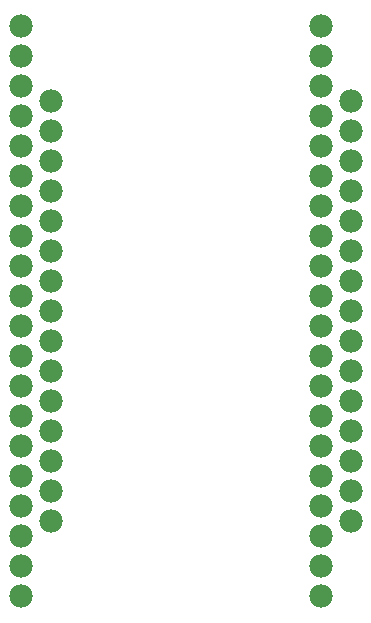
<source format=gbr>
G04 EAGLE Gerber RS-274X export*
G75*
%MOMM*%
%FSLAX34Y34*%
%LPD*%
%INSoldermask Top*%
%IPPOS*%
%AMOC8*
5,1,8,0,0,1.08239X$1,22.5*%
G01*
G04 Define Apertures*
%ADD10C,1.981200*%
D10*
X38100Y431800D03*
X38100Y406400D03*
X38100Y381000D03*
X38100Y355600D03*
X38100Y330200D03*
X38100Y304800D03*
X38100Y279400D03*
X38100Y254000D03*
X38100Y228600D03*
X38100Y203200D03*
X38100Y177800D03*
X38100Y152400D03*
X38100Y127000D03*
X38100Y101600D03*
X38100Y76200D03*
X292100Y431800D03*
X292100Y406400D03*
X292100Y381000D03*
X292100Y355600D03*
X292100Y330200D03*
X292100Y304800D03*
X292100Y279400D03*
X292100Y254000D03*
X292100Y228600D03*
X292100Y203200D03*
X292100Y177800D03*
X292100Y152400D03*
X292100Y127000D03*
X292100Y101600D03*
X292100Y76200D03*
X12700Y495300D03*
X12700Y469900D03*
X12700Y444500D03*
X12700Y419100D03*
X12700Y393700D03*
X12700Y368300D03*
X12700Y342900D03*
X12700Y317500D03*
X12700Y292100D03*
X12700Y266700D03*
X12700Y241300D03*
X12700Y215900D03*
X12700Y190500D03*
X12700Y165100D03*
X12700Y139700D03*
X12700Y114300D03*
X12700Y88900D03*
X12700Y63500D03*
X12700Y38100D03*
X12700Y12700D03*
X266700Y495300D03*
X266700Y469900D03*
X266700Y444500D03*
X266700Y419100D03*
X266700Y393700D03*
X266700Y368300D03*
X266700Y342900D03*
X266700Y317500D03*
X266700Y292100D03*
X266700Y266700D03*
X266700Y241300D03*
X266700Y215900D03*
X266700Y190500D03*
X266700Y165100D03*
X266700Y139700D03*
X266700Y114300D03*
X266700Y88900D03*
X266700Y63500D03*
X266700Y38100D03*
X266700Y12700D03*
M02*

</source>
